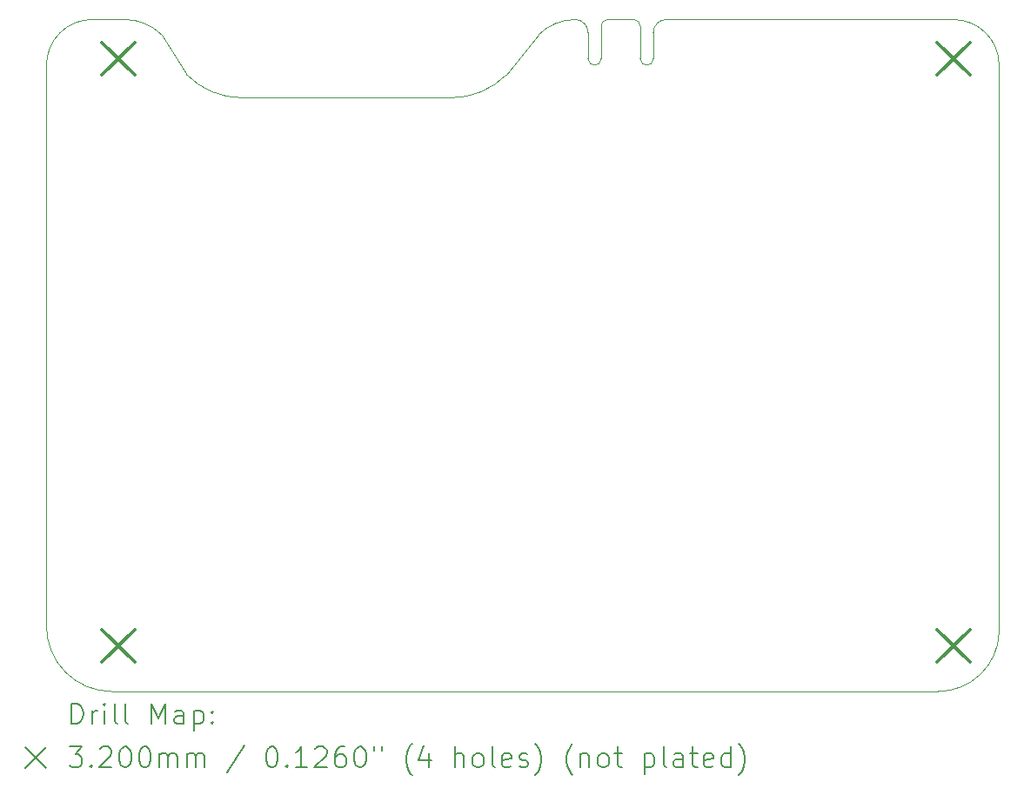
<source format=gbr>
%TF.GenerationSoftware,KiCad,Pcbnew,7.0.1*%
%TF.CreationDate,2023-04-16T19:55:31+01:00*%
%TF.ProjectId,lightweatherV3,6c696768-7477-4656-9174-68657256332e,rev?*%
%TF.SameCoordinates,Original*%
%TF.FileFunction,Drillmap*%
%TF.FilePolarity,Positive*%
%FSLAX45Y45*%
G04 Gerber Fmt 4.5, Leading zero omitted, Abs format (unit mm)*
G04 Created by KiCad (PCBNEW 7.0.1) date 2023-04-16 19:55:31*
%MOMM*%
%LPD*%
G01*
G04 APERTURE LIST*
%ADD10C,0.100000*%
%ADD11C,0.200000*%
%ADD12C,0.320000*%
G04 APERTURE END LIST*
D10*
X12730815Y-6380815D02*
X13043193Y-5990790D01*
X17081500Y-5842000D02*
X14287500Y-5842000D01*
X14160500Y-6223000D02*
X14160500Y-5969000D01*
X9621185Y-6380815D02*
G75*
G03*
X10160000Y-6604000I538815J538815D01*
G01*
X8255000Y-11742987D02*
X8255000Y-11049000D01*
X10223500Y-6604000D02*
X10160000Y-6604000D01*
X13525500Y-6223000D02*
G75*
G03*
X13652500Y-6223000I63500J0D01*
G01*
X13716000Y-5842000D02*
G75*
G03*
X13652500Y-5905500I0J-63500D01*
G01*
X14033500Y-5905500D02*
X14033500Y-6223000D01*
X8699500Y-5842000D02*
G75*
G03*
X8255000Y-6286500I0J-444500D01*
G01*
X16931389Y-12382497D02*
G75*
G03*
X17526000Y-11811000I2J595077D01*
G01*
X14033500Y-6223000D02*
G75*
G03*
X14160500Y-6223000I63500J0D01*
G01*
X9621185Y-6380815D02*
X9376210Y-5990790D01*
X10223500Y-6604000D02*
X12192000Y-6604000D01*
X13525560Y-5969000D02*
G75*
G03*
X13402403Y-5842000I-127060J0D01*
G01*
X8699500Y-5842000D02*
X9017000Y-5842000D01*
X13402403Y-5842002D02*
G75*
G03*
X13043193Y-5990790I-3J-507998D01*
G01*
X8255016Y-11742987D02*
G75*
G03*
X8890000Y-12382500I634984J-4513D01*
G01*
X12192000Y-6604000D02*
G75*
G03*
X12730815Y-6380815I0J762000D01*
G01*
X13716000Y-5842000D02*
X13970000Y-5842000D01*
X9376210Y-5990790D02*
G75*
G03*
X9017000Y-5842000I-359210J-359210D01*
G01*
X13652500Y-5905500D02*
X13652500Y-6223000D01*
X9144000Y-12382500D02*
X16931389Y-12382500D01*
X17526000Y-6286500D02*
G75*
G03*
X17081500Y-5842000I-444500J0D01*
G01*
X8255000Y-6286500D02*
X8255000Y-11049000D01*
X14287500Y-5842000D02*
G75*
G03*
X14160500Y-5969000I0J-127000D01*
G01*
X13525500Y-6223000D02*
X13525560Y-5969000D01*
X14033500Y-5905500D02*
G75*
G03*
X13970000Y-5842000I-63500J0D01*
G01*
X17526000Y-11811000D02*
X17526000Y-6286500D01*
X9144000Y-12382500D02*
X8890000Y-12382500D01*
D11*
D12*
X8793500Y-6063000D02*
X9113500Y-6383000D01*
X9113500Y-6063000D02*
X8793500Y-6383000D01*
X8793500Y-11778000D02*
X9113500Y-12098000D01*
X9113500Y-11778000D02*
X8793500Y-12098000D01*
X16921500Y-6063000D02*
X17241500Y-6383000D01*
X17241500Y-6063000D02*
X16921500Y-6383000D01*
X16921500Y-11778000D02*
X17241500Y-12098000D01*
X17241500Y-11778000D02*
X16921500Y-12098000D01*
D11*
X8497619Y-12700024D02*
X8497619Y-12500024D01*
X8497619Y-12500024D02*
X8545238Y-12500024D01*
X8545238Y-12500024D02*
X8573810Y-12509548D01*
X8573810Y-12509548D02*
X8592857Y-12528595D01*
X8592857Y-12528595D02*
X8602381Y-12547643D01*
X8602381Y-12547643D02*
X8611905Y-12585738D01*
X8611905Y-12585738D02*
X8611905Y-12614309D01*
X8611905Y-12614309D02*
X8602381Y-12652405D01*
X8602381Y-12652405D02*
X8592857Y-12671452D01*
X8592857Y-12671452D02*
X8573810Y-12690500D01*
X8573810Y-12690500D02*
X8545238Y-12700024D01*
X8545238Y-12700024D02*
X8497619Y-12700024D01*
X8697619Y-12700024D02*
X8697619Y-12566690D01*
X8697619Y-12604786D02*
X8707143Y-12585738D01*
X8707143Y-12585738D02*
X8716667Y-12576214D01*
X8716667Y-12576214D02*
X8735714Y-12566690D01*
X8735714Y-12566690D02*
X8754762Y-12566690D01*
X8821429Y-12700024D02*
X8821429Y-12566690D01*
X8821429Y-12500024D02*
X8811905Y-12509548D01*
X8811905Y-12509548D02*
X8821429Y-12519071D01*
X8821429Y-12519071D02*
X8830952Y-12509548D01*
X8830952Y-12509548D02*
X8821429Y-12500024D01*
X8821429Y-12500024D02*
X8821429Y-12519071D01*
X8945238Y-12700024D02*
X8926190Y-12690500D01*
X8926190Y-12690500D02*
X8916667Y-12671452D01*
X8916667Y-12671452D02*
X8916667Y-12500024D01*
X9050000Y-12700024D02*
X9030952Y-12690500D01*
X9030952Y-12690500D02*
X9021429Y-12671452D01*
X9021429Y-12671452D02*
X9021429Y-12500024D01*
X9278571Y-12700024D02*
X9278571Y-12500024D01*
X9278571Y-12500024D02*
X9345238Y-12642881D01*
X9345238Y-12642881D02*
X9411905Y-12500024D01*
X9411905Y-12500024D02*
X9411905Y-12700024D01*
X9592857Y-12700024D02*
X9592857Y-12595262D01*
X9592857Y-12595262D02*
X9583333Y-12576214D01*
X9583333Y-12576214D02*
X9564286Y-12566690D01*
X9564286Y-12566690D02*
X9526190Y-12566690D01*
X9526190Y-12566690D02*
X9507143Y-12576214D01*
X9592857Y-12690500D02*
X9573810Y-12700024D01*
X9573810Y-12700024D02*
X9526190Y-12700024D01*
X9526190Y-12700024D02*
X9507143Y-12690500D01*
X9507143Y-12690500D02*
X9497619Y-12671452D01*
X9497619Y-12671452D02*
X9497619Y-12652405D01*
X9497619Y-12652405D02*
X9507143Y-12633357D01*
X9507143Y-12633357D02*
X9526190Y-12623833D01*
X9526190Y-12623833D02*
X9573810Y-12623833D01*
X9573810Y-12623833D02*
X9592857Y-12614309D01*
X9688095Y-12566690D02*
X9688095Y-12766690D01*
X9688095Y-12576214D02*
X9707143Y-12566690D01*
X9707143Y-12566690D02*
X9745238Y-12566690D01*
X9745238Y-12566690D02*
X9764286Y-12576214D01*
X9764286Y-12576214D02*
X9773810Y-12585738D01*
X9773810Y-12585738D02*
X9783333Y-12604786D01*
X9783333Y-12604786D02*
X9783333Y-12661928D01*
X9783333Y-12661928D02*
X9773810Y-12680976D01*
X9773810Y-12680976D02*
X9764286Y-12690500D01*
X9764286Y-12690500D02*
X9745238Y-12700024D01*
X9745238Y-12700024D02*
X9707143Y-12700024D01*
X9707143Y-12700024D02*
X9688095Y-12690500D01*
X9869048Y-12680976D02*
X9878571Y-12690500D01*
X9878571Y-12690500D02*
X9869048Y-12700024D01*
X9869048Y-12700024D02*
X9859524Y-12690500D01*
X9859524Y-12690500D02*
X9869048Y-12680976D01*
X9869048Y-12680976D02*
X9869048Y-12700024D01*
X9869048Y-12576214D02*
X9878571Y-12585738D01*
X9878571Y-12585738D02*
X9869048Y-12595262D01*
X9869048Y-12595262D02*
X9859524Y-12585738D01*
X9859524Y-12585738D02*
X9869048Y-12576214D01*
X9869048Y-12576214D02*
X9869048Y-12595262D01*
X8050000Y-12927500D02*
X8250000Y-13127500D01*
X8250000Y-12927500D02*
X8050000Y-13127500D01*
X8478571Y-12920024D02*
X8602381Y-12920024D01*
X8602381Y-12920024D02*
X8535714Y-12996214D01*
X8535714Y-12996214D02*
X8564286Y-12996214D01*
X8564286Y-12996214D02*
X8583333Y-13005738D01*
X8583333Y-13005738D02*
X8592857Y-13015262D01*
X8592857Y-13015262D02*
X8602381Y-13034309D01*
X8602381Y-13034309D02*
X8602381Y-13081928D01*
X8602381Y-13081928D02*
X8592857Y-13100976D01*
X8592857Y-13100976D02*
X8583333Y-13110500D01*
X8583333Y-13110500D02*
X8564286Y-13120024D01*
X8564286Y-13120024D02*
X8507143Y-13120024D01*
X8507143Y-13120024D02*
X8488095Y-13110500D01*
X8488095Y-13110500D02*
X8478571Y-13100976D01*
X8688095Y-13100976D02*
X8697619Y-13110500D01*
X8697619Y-13110500D02*
X8688095Y-13120024D01*
X8688095Y-13120024D02*
X8678571Y-13110500D01*
X8678571Y-13110500D02*
X8688095Y-13100976D01*
X8688095Y-13100976D02*
X8688095Y-13120024D01*
X8773810Y-12939071D02*
X8783333Y-12929548D01*
X8783333Y-12929548D02*
X8802381Y-12920024D01*
X8802381Y-12920024D02*
X8850000Y-12920024D01*
X8850000Y-12920024D02*
X8869048Y-12929548D01*
X8869048Y-12929548D02*
X8878571Y-12939071D01*
X8878571Y-12939071D02*
X8888095Y-12958119D01*
X8888095Y-12958119D02*
X8888095Y-12977167D01*
X8888095Y-12977167D02*
X8878571Y-13005738D01*
X8878571Y-13005738D02*
X8764286Y-13120024D01*
X8764286Y-13120024D02*
X8888095Y-13120024D01*
X9011905Y-12920024D02*
X9030952Y-12920024D01*
X9030952Y-12920024D02*
X9050000Y-12929548D01*
X9050000Y-12929548D02*
X9059524Y-12939071D01*
X9059524Y-12939071D02*
X9069048Y-12958119D01*
X9069048Y-12958119D02*
X9078571Y-12996214D01*
X9078571Y-12996214D02*
X9078571Y-13043833D01*
X9078571Y-13043833D02*
X9069048Y-13081928D01*
X9069048Y-13081928D02*
X9059524Y-13100976D01*
X9059524Y-13100976D02*
X9050000Y-13110500D01*
X9050000Y-13110500D02*
X9030952Y-13120024D01*
X9030952Y-13120024D02*
X9011905Y-13120024D01*
X9011905Y-13120024D02*
X8992857Y-13110500D01*
X8992857Y-13110500D02*
X8983333Y-13100976D01*
X8983333Y-13100976D02*
X8973810Y-13081928D01*
X8973810Y-13081928D02*
X8964286Y-13043833D01*
X8964286Y-13043833D02*
X8964286Y-12996214D01*
X8964286Y-12996214D02*
X8973810Y-12958119D01*
X8973810Y-12958119D02*
X8983333Y-12939071D01*
X8983333Y-12939071D02*
X8992857Y-12929548D01*
X8992857Y-12929548D02*
X9011905Y-12920024D01*
X9202381Y-12920024D02*
X9221429Y-12920024D01*
X9221429Y-12920024D02*
X9240476Y-12929548D01*
X9240476Y-12929548D02*
X9250000Y-12939071D01*
X9250000Y-12939071D02*
X9259524Y-12958119D01*
X9259524Y-12958119D02*
X9269048Y-12996214D01*
X9269048Y-12996214D02*
X9269048Y-13043833D01*
X9269048Y-13043833D02*
X9259524Y-13081928D01*
X9259524Y-13081928D02*
X9250000Y-13100976D01*
X9250000Y-13100976D02*
X9240476Y-13110500D01*
X9240476Y-13110500D02*
X9221429Y-13120024D01*
X9221429Y-13120024D02*
X9202381Y-13120024D01*
X9202381Y-13120024D02*
X9183333Y-13110500D01*
X9183333Y-13110500D02*
X9173810Y-13100976D01*
X9173810Y-13100976D02*
X9164286Y-13081928D01*
X9164286Y-13081928D02*
X9154762Y-13043833D01*
X9154762Y-13043833D02*
X9154762Y-12996214D01*
X9154762Y-12996214D02*
X9164286Y-12958119D01*
X9164286Y-12958119D02*
X9173810Y-12939071D01*
X9173810Y-12939071D02*
X9183333Y-12929548D01*
X9183333Y-12929548D02*
X9202381Y-12920024D01*
X9354762Y-13120024D02*
X9354762Y-12986690D01*
X9354762Y-13005738D02*
X9364286Y-12996214D01*
X9364286Y-12996214D02*
X9383333Y-12986690D01*
X9383333Y-12986690D02*
X9411905Y-12986690D01*
X9411905Y-12986690D02*
X9430952Y-12996214D01*
X9430952Y-12996214D02*
X9440476Y-13015262D01*
X9440476Y-13015262D02*
X9440476Y-13120024D01*
X9440476Y-13015262D02*
X9450000Y-12996214D01*
X9450000Y-12996214D02*
X9469048Y-12986690D01*
X9469048Y-12986690D02*
X9497619Y-12986690D01*
X9497619Y-12986690D02*
X9516667Y-12996214D01*
X9516667Y-12996214D02*
X9526191Y-13015262D01*
X9526191Y-13015262D02*
X9526191Y-13120024D01*
X9621429Y-13120024D02*
X9621429Y-12986690D01*
X9621429Y-13005738D02*
X9630952Y-12996214D01*
X9630952Y-12996214D02*
X9650000Y-12986690D01*
X9650000Y-12986690D02*
X9678572Y-12986690D01*
X9678572Y-12986690D02*
X9697619Y-12996214D01*
X9697619Y-12996214D02*
X9707143Y-13015262D01*
X9707143Y-13015262D02*
X9707143Y-13120024D01*
X9707143Y-13015262D02*
X9716667Y-12996214D01*
X9716667Y-12996214D02*
X9735714Y-12986690D01*
X9735714Y-12986690D02*
X9764286Y-12986690D01*
X9764286Y-12986690D02*
X9783333Y-12996214D01*
X9783333Y-12996214D02*
X9792857Y-13015262D01*
X9792857Y-13015262D02*
X9792857Y-13120024D01*
X10183333Y-12910500D02*
X10011905Y-13167643D01*
X10440476Y-12920024D02*
X10459524Y-12920024D01*
X10459524Y-12920024D02*
X10478572Y-12929548D01*
X10478572Y-12929548D02*
X10488095Y-12939071D01*
X10488095Y-12939071D02*
X10497619Y-12958119D01*
X10497619Y-12958119D02*
X10507143Y-12996214D01*
X10507143Y-12996214D02*
X10507143Y-13043833D01*
X10507143Y-13043833D02*
X10497619Y-13081928D01*
X10497619Y-13081928D02*
X10488095Y-13100976D01*
X10488095Y-13100976D02*
X10478572Y-13110500D01*
X10478572Y-13110500D02*
X10459524Y-13120024D01*
X10459524Y-13120024D02*
X10440476Y-13120024D01*
X10440476Y-13120024D02*
X10421429Y-13110500D01*
X10421429Y-13110500D02*
X10411905Y-13100976D01*
X10411905Y-13100976D02*
X10402381Y-13081928D01*
X10402381Y-13081928D02*
X10392857Y-13043833D01*
X10392857Y-13043833D02*
X10392857Y-12996214D01*
X10392857Y-12996214D02*
X10402381Y-12958119D01*
X10402381Y-12958119D02*
X10411905Y-12939071D01*
X10411905Y-12939071D02*
X10421429Y-12929548D01*
X10421429Y-12929548D02*
X10440476Y-12920024D01*
X10592857Y-13100976D02*
X10602381Y-13110500D01*
X10602381Y-13110500D02*
X10592857Y-13120024D01*
X10592857Y-13120024D02*
X10583334Y-13110500D01*
X10583334Y-13110500D02*
X10592857Y-13100976D01*
X10592857Y-13100976D02*
X10592857Y-13120024D01*
X10792857Y-13120024D02*
X10678572Y-13120024D01*
X10735714Y-13120024D02*
X10735714Y-12920024D01*
X10735714Y-12920024D02*
X10716667Y-12948595D01*
X10716667Y-12948595D02*
X10697619Y-12967643D01*
X10697619Y-12967643D02*
X10678572Y-12977167D01*
X10869048Y-12939071D02*
X10878572Y-12929548D01*
X10878572Y-12929548D02*
X10897619Y-12920024D01*
X10897619Y-12920024D02*
X10945238Y-12920024D01*
X10945238Y-12920024D02*
X10964286Y-12929548D01*
X10964286Y-12929548D02*
X10973810Y-12939071D01*
X10973810Y-12939071D02*
X10983334Y-12958119D01*
X10983334Y-12958119D02*
X10983334Y-12977167D01*
X10983334Y-12977167D02*
X10973810Y-13005738D01*
X10973810Y-13005738D02*
X10859524Y-13120024D01*
X10859524Y-13120024D02*
X10983334Y-13120024D01*
X11154762Y-12920024D02*
X11116667Y-12920024D01*
X11116667Y-12920024D02*
X11097619Y-12929548D01*
X11097619Y-12929548D02*
X11088095Y-12939071D01*
X11088095Y-12939071D02*
X11069048Y-12967643D01*
X11069048Y-12967643D02*
X11059524Y-13005738D01*
X11059524Y-13005738D02*
X11059524Y-13081928D01*
X11059524Y-13081928D02*
X11069048Y-13100976D01*
X11069048Y-13100976D02*
X11078572Y-13110500D01*
X11078572Y-13110500D02*
X11097619Y-13120024D01*
X11097619Y-13120024D02*
X11135715Y-13120024D01*
X11135715Y-13120024D02*
X11154762Y-13110500D01*
X11154762Y-13110500D02*
X11164286Y-13100976D01*
X11164286Y-13100976D02*
X11173810Y-13081928D01*
X11173810Y-13081928D02*
X11173810Y-13034309D01*
X11173810Y-13034309D02*
X11164286Y-13015262D01*
X11164286Y-13015262D02*
X11154762Y-13005738D01*
X11154762Y-13005738D02*
X11135715Y-12996214D01*
X11135715Y-12996214D02*
X11097619Y-12996214D01*
X11097619Y-12996214D02*
X11078572Y-13005738D01*
X11078572Y-13005738D02*
X11069048Y-13015262D01*
X11069048Y-13015262D02*
X11059524Y-13034309D01*
X11297619Y-12920024D02*
X11316667Y-12920024D01*
X11316667Y-12920024D02*
X11335714Y-12929548D01*
X11335714Y-12929548D02*
X11345238Y-12939071D01*
X11345238Y-12939071D02*
X11354762Y-12958119D01*
X11354762Y-12958119D02*
X11364286Y-12996214D01*
X11364286Y-12996214D02*
X11364286Y-13043833D01*
X11364286Y-13043833D02*
X11354762Y-13081928D01*
X11354762Y-13081928D02*
X11345238Y-13100976D01*
X11345238Y-13100976D02*
X11335714Y-13110500D01*
X11335714Y-13110500D02*
X11316667Y-13120024D01*
X11316667Y-13120024D02*
X11297619Y-13120024D01*
X11297619Y-13120024D02*
X11278572Y-13110500D01*
X11278572Y-13110500D02*
X11269048Y-13100976D01*
X11269048Y-13100976D02*
X11259524Y-13081928D01*
X11259524Y-13081928D02*
X11250000Y-13043833D01*
X11250000Y-13043833D02*
X11250000Y-12996214D01*
X11250000Y-12996214D02*
X11259524Y-12958119D01*
X11259524Y-12958119D02*
X11269048Y-12939071D01*
X11269048Y-12939071D02*
X11278572Y-12929548D01*
X11278572Y-12929548D02*
X11297619Y-12920024D01*
X11440476Y-12920024D02*
X11440476Y-12958119D01*
X11516667Y-12920024D02*
X11516667Y-12958119D01*
X11811905Y-13196214D02*
X11802381Y-13186690D01*
X11802381Y-13186690D02*
X11783334Y-13158119D01*
X11783334Y-13158119D02*
X11773810Y-13139071D01*
X11773810Y-13139071D02*
X11764286Y-13110500D01*
X11764286Y-13110500D02*
X11754762Y-13062881D01*
X11754762Y-13062881D02*
X11754762Y-13024786D01*
X11754762Y-13024786D02*
X11764286Y-12977167D01*
X11764286Y-12977167D02*
X11773810Y-12948595D01*
X11773810Y-12948595D02*
X11783334Y-12929548D01*
X11783334Y-12929548D02*
X11802381Y-12900976D01*
X11802381Y-12900976D02*
X11811905Y-12891452D01*
X11973810Y-12986690D02*
X11973810Y-13120024D01*
X11926191Y-12910500D02*
X11878572Y-13053357D01*
X11878572Y-13053357D02*
X12002381Y-13053357D01*
X12230953Y-13120024D02*
X12230953Y-12920024D01*
X12316667Y-13120024D02*
X12316667Y-13015262D01*
X12316667Y-13015262D02*
X12307143Y-12996214D01*
X12307143Y-12996214D02*
X12288096Y-12986690D01*
X12288096Y-12986690D02*
X12259524Y-12986690D01*
X12259524Y-12986690D02*
X12240476Y-12996214D01*
X12240476Y-12996214D02*
X12230953Y-13005738D01*
X12440476Y-13120024D02*
X12421429Y-13110500D01*
X12421429Y-13110500D02*
X12411905Y-13100976D01*
X12411905Y-13100976D02*
X12402381Y-13081928D01*
X12402381Y-13081928D02*
X12402381Y-13024786D01*
X12402381Y-13024786D02*
X12411905Y-13005738D01*
X12411905Y-13005738D02*
X12421429Y-12996214D01*
X12421429Y-12996214D02*
X12440476Y-12986690D01*
X12440476Y-12986690D02*
X12469048Y-12986690D01*
X12469048Y-12986690D02*
X12488096Y-12996214D01*
X12488096Y-12996214D02*
X12497619Y-13005738D01*
X12497619Y-13005738D02*
X12507143Y-13024786D01*
X12507143Y-13024786D02*
X12507143Y-13081928D01*
X12507143Y-13081928D02*
X12497619Y-13100976D01*
X12497619Y-13100976D02*
X12488096Y-13110500D01*
X12488096Y-13110500D02*
X12469048Y-13120024D01*
X12469048Y-13120024D02*
X12440476Y-13120024D01*
X12621429Y-13120024D02*
X12602381Y-13110500D01*
X12602381Y-13110500D02*
X12592857Y-13091452D01*
X12592857Y-13091452D02*
X12592857Y-12920024D01*
X12773810Y-13110500D02*
X12754762Y-13120024D01*
X12754762Y-13120024D02*
X12716667Y-13120024D01*
X12716667Y-13120024D02*
X12697619Y-13110500D01*
X12697619Y-13110500D02*
X12688096Y-13091452D01*
X12688096Y-13091452D02*
X12688096Y-13015262D01*
X12688096Y-13015262D02*
X12697619Y-12996214D01*
X12697619Y-12996214D02*
X12716667Y-12986690D01*
X12716667Y-12986690D02*
X12754762Y-12986690D01*
X12754762Y-12986690D02*
X12773810Y-12996214D01*
X12773810Y-12996214D02*
X12783334Y-13015262D01*
X12783334Y-13015262D02*
X12783334Y-13034309D01*
X12783334Y-13034309D02*
X12688096Y-13053357D01*
X12859524Y-13110500D02*
X12878572Y-13120024D01*
X12878572Y-13120024D02*
X12916667Y-13120024D01*
X12916667Y-13120024D02*
X12935715Y-13110500D01*
X12935715Y-13110500D02*
X12945238Y-13091452D01*
X12945238Y-13091452D02*
X12945238Y-13081928D01*
X12945238Y-13081928D02*
X12935715Y-13062881D01*
X12935715Y-13062881D02*
X12916667Y-13053357D01*
X12916667Y-13053357D02*
X12888096Y-13053357D01*
X12888096Y-13053357D02*
X12869048Y-13043833D01*
X12869048Y-13043833D02*
X12859524Y-13024786D01*
X12859524Y-13024786D02*
X12859524Y-13015262D01*
X12859524Y-13015262D02*
X12869048Y-12996214D01*
X12869048Y-12996214D02*
X12888096Y-12986690D01*
X12888096Y-12986690D02*
X12916667Y-12986690D01*
X12916667Y-12986690D02*
X12935715Y-12996214D01*
X13011905Y-13196214D02*
X13021429Y-13186690D01*
X13021429Y-13186690D02*
X13040477Y-13158119D01*
X13040477Y-13158119D02*
X13050000Y-13139071D01*
X13050000Y-13139071D02*
X13059524Y-13110500D01*
X13059524Y-13110500D02*
X13069048Y-13062881D01*
X13069048Y-13062881D02*
X13069048Y-13024786D01*
X13069048Y-13024786D02*
X13059524Y-12977167D01*
X13059524Y-12977167D02*
X13050000Y-12948595D01*
X13050000Y-12948595D02*
X13040477Y-12929548D01*
X13040477Y-12929548D02*
X13021429Y-12900976D01*
X13021429Y-12900976D02*
X13011905Y-12891452D01*
X13373810Y-13196214D02*
X13364286Y-13186690D01*
X13364286Y-13186690D02*
X13345238Y-13158119D01*
X13345238Y-13158119D02*
X13335715Y-13139071D01*
X13335715Y-13139071D02*
X13326191Y-13110500D01*
X13326191Y-13110500D02*
X13316667Y-13062881D01*
X13316667Y-13062881D02*
X13316667Y-13024786D01*
X13316667Y-13024786D02*
X13326191Y-12977167D01*
X13326191Y-12977167D02*
X13335715Y-12948595D01*
X13335715Y-12948595D02*
X13345238Y-12929548D01*
X13345238Y-12929548D02*
X13364286Y-12900976D01*
X13364286Y-12900976D02*
X13373810Y-12891452D01*
X13450000Y-12986690D02*
X13450000Y-13120024D01*
X13450000Y-13005738D02*
X13459524Y-12996214D01*
X13459524Y-12996214D02*
X13478572Y-12986690D01*
X13478572Y-12986690D02*
X13507143Y-12986690D01*
X13507143Y-12986690D02*
X13526191Y-12996214D01*
X13526191Y-12996214D02*
X13535715Y-13015262D01*
X13535715Y-13015262D02*
X13535715Y-13120024D01*
X13659524Y-13120024D02*
X13640477Y-13110500D01*
X13640477Y-13110500D02*
X13630953Y-13100976D01*
X13630953Y-13100976D02*
X13621429Y-13081928D01*
X13621429Y-13081928D02*
X13621429Y-13024786D01*
X13621429Y-13024786D02*
X13630953Y-13005738D01*
X13630953Y-13005738D02*
X13640477Y-12996214D01*
X13640477Y-12996214D02*
X13659524Y-12986690D01*
X13659524Y-12986690D02*
X13688096Y-12986690D01*
X13688096Y-12986690D02*
X13707143Y-12996214D01*
X13707143Y-12996214D02*
X13716667Y-13005738D01*
X13716667Y-13005738D02*
X13726191Y-13024786D01*
X13726191Y-13024786D02*
X13726191Y-13081928D01*
X13726191Y-13081928D02*
X13716667Y-13100976D01*
X13716667Y-13100976D02*
X13707143Y-13110500D01*
X13707143Y-13110500D02*
X13688096Y-13120024D01*
X13688096Y-13120024D02*
X13659524Y-13120024D01*
X13783334Y-12986690D02*
X13859524Y-12986690D01*
X13811905Y-12920024D02*
X13811905Y-13091452D01*
X13811905Y-13091452D02*
X13821429Y-13110500D01*
X13821429Y-13110500D02*
X13840477Y-13120024D01*
X13840477Y-13120024D02*
X13859524Y-13120024D01*
X14078572Y-12986690D02*
X14078572Y-13186690D01*
X14078572Y-12996214D02*
X14097619Y-12986690D01*
X14097619Y-12986690D02*
X14135715Y-12986690D01*
X14135715Y-12986690D02*
X14154762Y-12996214D01*
X14154762Y-12996214D02*
X14164286Y-13005738D01*
X14164286Y-13005738D02*
X14173810Y-13024786D01*
X14173810Y-13024786D02*
X14173810Y-13081928D01*
X14173810Y-13081928D02*
X14164286Y-13100976D01*
X14164286Y-13100976D02*
X14154762Y-13110500D01*
X14154762Y-13110500D02*
X14135715Y-13120024D01*
X14135715Y-13120024D02*
X14097619Y-13120024D01*
X14097619Y-13120024D02*
X14078572Y-13110500D01*
X14288096Y-13120024D02*
X14269048Y-13110500D01*
X14269048Y-13110500D02*
X14259524Y-13091452D01*
X14259524Y-13091452D02*
X14259524Y-12920024D01*
X14450000Y-13120024D02*
X14450000Y-13015262D01*
X14450000Y-13015262D02*
X14440477Y-12996214D01*
X14440477Y-12996214D02*
X14421429Y-12986690D01*
X14421429Y-12986690D02*
X14383334Y-12986690D01*
X14383334Y-12986690D02*
X14364286Y-12996214D01*
X14450000Y-13110500D02*
X14430953Y-13120024D01*
X14430953Y-13120024D02*
X14383334Y-13120024D01*
X14383334Y-13120024D02*
X14364286Y-13110500D01*
X14364286Y-13110500D02*
X14354762Y-13091452D01*
X14354762Y-13091452D02*
X14354762Y-13072405D01*
X14354762Y-13072405D02*
X14364286Y-13053357D01*
X14364286Y-13053357D02*
X14383334Y-13043833D01*
X14383334Y-13043833D02*
X14430953Y-13043833D01*
X14430953Y-13043833D02*
X14450000Y-13034309D01*
X14516667Y-12986690D02*
X14592858Y-12986690D01*
X14545239Y-12920024D02*
X14545239Y-13091452D01*
X14545239Y-13091452D02*
X14554762Y-13110500D01*
X14554762Y-13110500D02*
X14573810Y-13120024D01*
X14573810Y-13120024D02*
X14592858Y-13120024D01*
X14735715Y-13110500D02*
X14716667Y-13120024D01*
X14716667Y-13120024D02*
X14678572Y-13120024D01*
X14678572Y-13120024D02*
X14659524Y-13110500D01*
X14659524Y-13110500D02*
X14650000Y-13091452D01*
X14650000Y-13091452D02*
X14650000Y-13015262D01*
X14650000Y-13015262D02*
X14659524Y-12996214D01*
X14659524Y-12996214D02*
X14678572Y-12986690D01*
X14678572Y-12986690D02*
X14716667Y-12986690D01*
X14716667Y-12986690D02*
X14735715Y-12996214D01*
X14735715Y-12996214D02*
X14745239Y-13015262D01*
X14745239Y-13015262D02*
X14745239Y-13034309D01*
X14745239Y-13034309D02*
X14650000Y-13053357D01*
X14916667Y-13120024D02*
X14916667Y-12920024D01*
X14916667Y-13110500D02*
X14897620Y-13120024D01*
X14897620Y-13120024D02*
X14859524Y-13120024D01*
X14859524Y-13120024D02*
X14840477Y-13110500D01*
X14840477Y-13110500D02*
X14830953Y-13100976D01*
X14830953Y-13100976D02*
X14821429Y-13081928D01*
X14821429Y-13081928D02*
X14821429Y-13024786D01*
X14821429Y-13024786D02*
X14830953Y-13005738D01*
X14830953Y-13005738D02*
X14840477Y-12996214D01*
X14840477Y-12996214D02*
X14859524Y-12986690D01*
X14859524Y-12986690D02*
X14897620Y-12986690D01*
X14897620Y-12986690D02*
X14916667Y-12996214D01*
X14992858Y-13196214D02*
X15002381Y-13186690D01*
X15002381Y-13186690D02*
X15021429Y-13158119D01*
X15021429Y-13158119D02*
X15030953Y-13139071D01*
X15030953Y-13139071D02*
X15040477Y-13110500D01*
X15040477Y-13110500D02*
X15050000Y-13062881D01*
X15050000Y-13062881D02*
X15050000Y-13024786D01*
X15050000Y-13024786D02*
X15040477Y-12977167D01*
X15040477Y-12977167D02*
X15030953Y-12948595D01*
X15030953Y-12948595D02*
X15021429Y-12929548D01*
X15021429Y-12929548D02*
X15002381Y-12900976D01*
X15002381Y-12900976D02*
X14992858Y-12891452D01*
M02*

</source>
